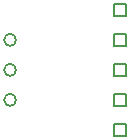
<source format=gbr>
%TF.GenerationSoftware,Altium Limited,Altium Designer,18.1.7 (191)*%
G04 Layer_Color=196*
%FSLAX25Y25*%
%MOIN*%
%TF.FileFunction,Drawing*%
%TF.Part,Single*%
G01*
G75*
%TA.AperFunction,NonConductor*%
%ADD27C,0.00500*%
%ADD34C,0.00667*%
D27*
X41500Y48000D02*
Y52000D01*
X45500D01*
Y48000D01*
X41500D01*
Y38000D02*
Y42000D01*
X45500D01*
Y38000D01*
X41500D01*
Y28000D02*
Y32000D01*
X45500D01*
Y28000D01*
X41500D01*
Y18000D02*
Y22000D01*
X45500D01*
Y18000D01*
X41500D01*
Y8000D02*
Y12000D01*
X45500D01*
Y8000D01*
X41500D01*
D34*
X9000Y40000D02*
G03*
X9000Y40000I-2000J0D01*
G01*
Y30000D02*
G03*
X9000Y30000I-2000J0D01*
G01*
Y20000D02*
G03*
X9000Y20000I-2000J0D01*
G01*
%TF.MD5,391b9e15c117336ce27a42ea84dd513e*%
M02*

</source>
